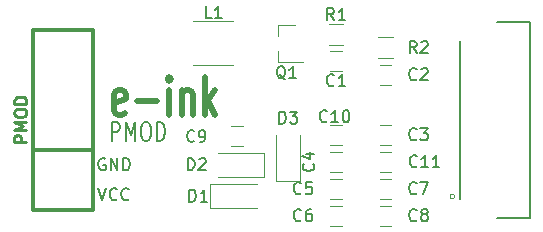
<source format=gto>
G04 #@! TF.GenerationSoftware,KiCad,Pcbnew,(5.1.0-rc1-17-gb4eda32f8)*
G04 #@! TF.CreationDate,2019-03-22T20:33:51+01:00
G04 #@! TF.ProjectId,e-ink_pmod,652d696e-6b5f-4706-9d6f-642e6b696361,rev?*
G04 #@! TF.SameCoordinates,PX525bfc0PY429d390*
G04 #@! TF.FileFunction,Legend,Top*
G04 #@! TF.FilePolarity,Positive*
%FSLAX46Y46*%
G04 Gerber Fmt 4.6, Leading zero omitted, Abs format (unit mm)*
G04 Created by KiCad (PCBNEW (5.1.0-rc1-17-gb4eda32f8)) date 2019-03-22 20:33:51*
%MOMM*%
%LPD*%
G04 APERTURE LIST*
%ADD10C,0.200000*%
%ADD11C,0.500000*%
%ADD12C,0.304800*%
%ADD13C,0.120000*%
%ADD14C,0.127000*%
%ADD15C,0.100000*%
%ADD16C,0.254000*%
%ADD17C,0.150000*%
G04 APERTURE END LIST*
D10*
X9201428Y-11950609D02*
X9201428Y-10350609D01*
X9658571Y-10350609D01*
X9772857Y-10426800D01*
X9830000Y-10502990D01*
X9887142Y-10655371D01*
X9887142Y-10883942D01*
X9830000Y-11036323D01*
X9772857Y-11112514D01*
X9658571Y-11188704D01*
X9201428Y-11188704D01*
X10401428Y-11950609D02*
X10401428Y-10350609D01*
X10801428Y-11493466D01*
X11201428Y-10350609D01*
X11201428Y-11950609D01*
X12001428Y-10350609D02*
X12230000Y-10350609D01*
X12344285Y-10426800D01*
X12458571Y-10579180D01*
X12515714Y-10883942D01*
X12515714Y-11417276D01*
X12458571Y-11722038D01*
X12344285Y-11874419D01*
X12230000Y-11950609D01*
X12001428Y-11950609D01*
X11887142Y-11874419D01*
X11772857Y-11722038D01*
X11715714Y-11417276D01*
X11715714Y-10883942D01*
X11772857Y-10579180D01*
X11887142Y-10426800D01*
X12001428Y-10350609D01*
X13030000Y-11950609D02*
X13030000Y-10350609D01*
X13315714Y-10350609D01*
X13487142Y-10426800D01*
X13601428Y-10579180D01*
X13658571Y-10731561D01*
X13715714Y-11036323D01*
X13715714Y-11264895D01*
X13658571Y-11569657D01*
X13601428Y-11722038D01*
X13487142Y-11874419D01*
X13315714Y-11950609D01*
X13030000Y-11950609D01*
D11*
X10322904Y-9626438D02*
X10113380Y-9778819D01*
X9694333Y-9778819D01*
X9484809Y-9626438D01*
X9380047Y-9321676D01*
X9380047Y-8102628D01*
X9484809Y-7797866D01*
X9694333Y-7645485D01*
X10113380Y-7645485D01*
X10322904Y-7797866D01*
X10427666Y-8102628D01*
X10427666Y-8407390D01*
X9380047Y-8712152D01*
X11370523Y-8559771D02*
X13046714Y-8559771D01*
X14094333Y-9778819D02*
X14094333Y-7645485D01*
X14094333Y-6578819D02*
X13989571Y-6731200D01*
X14094333Y-6883580D01*
X14199095Y-6731200D01*
X14094333Y-6578819D01*
X14094333Y-6883580D01*
X15141952Y-7645485D02*
X15141952Y-9778819D01*
X15141952Y-7950247D02*
X15246714Y-7797866D01*
X15456238Y-7645485D01*
X15770523Y-7645485D01*
X15980047Y-7797866D01*
X16084809Y-8102628D01*
X16084809Y-9778819D01*
X17132428Y-9778819D02*
X17132428Y-6578819D01*
X17341952Y-8559771D02*
X17970523Y-9778819D01*
X17970523Y-7645485D02*
X17132428Y-8864533D01*
D12*
X7620000Y-12700000D02*
X2540000Y-12700000D01*
X2540000Y-2540000D02*
X2540000Y-17780000D01*
X2540000Y-17780000D02*
X7620000Y-17780000D01*
X7620000Y-17780000D02*
X7620000Y-2540000D01*
X7620000Y-2540000D02*
X2540000Y-2540000D01*
D13*
X27694000Y-6057000D02*
X28694000Y-6057000D01*
X28694000Y-4357000D02*
X27694000Y-4357000D01*
X32885000Y-5500000D02*
X31885000Y-5500000D01*
X31885000Y-7200000D02*
X32885000Y-7200000D01*
X31885000Y-12280000D02*
X32885000Y-12280000D01*
X32885000Y-10580000D02*
X31885000Y-10580000D01*
X28694000Y-12866000D02*
X27694000Y-12866000D01*
X27694000Y-14566000D02*
X28694000Y-14566000D01*
X27694000Y-16852000D02*
X28694000Y-16852000D01*
X28694000Y-15152000D02*
X27694000Y-15152000D01*
X28694000Y-17438000D02*
X27694000Y-17438000D01*
X27694000Y-19138000D02*
X28694000Y-19138000D01*
X31885000Y-16852000D02*
X32885000Y-16852000D01*
X32885000Y-15152000D02*
X31885000Y-15152000D01*
X32885000Y-17438000D02*
X31885000Y-17438000D01*
X31885000Y-19138000D02*
X32885000Y-19138000D01*
X20312000Y-10707000D02*
X19312000Y-10707000D01*
X19312000Y-12407000D02*
X20312000Y-12407000D01*
X28694000Y-10580000D02*
X27694000Y-10580000D01*
X27694000Y-12280000D02*
X28694000Y-12280000D01*
X17562000Y-15637000D02*
X21462000Y-15637000D01*
X17562000Y-17637000D02*
X21462000Y-17637000D01*
X17562000Y-15637000D02*
X17562000Y-17637000D01*
X22062000Y-14970000D02*
X22062000Y-12970000D01*
X22062000Y-12970000D02*
X18162000Y-12970000D01*
X22062000Y-14970000D02*
X18162000Y-14970000D01*
X23130000Y-15331000D02*
X23130000Y-11431000D01*
X25130000Y-15331000D02*
X25130000Y-11431000D01*
X23130000Y-15331000D02*
X25130000Y-15331000D01*
X19510000Y-5563000D02*
X16050000Y-5563000D01*
X19510000Y-1803000D02*
X16050000Y-1803000D01*
X23243000Y-2103000D02*
X24703000Y-2103000D01*
X23243000Y-5263000D02*
X25403000Y-5263000D01*
X23243000Y-5263000D02*
X23243000Y-4333000D01*
X23243000Y-2103000D02*
X23243000Y-3033000D01*
X27594000Y-2041000D02*
X28794000Y-2041000D01*
X28794000Y-3801000D02*
X27594000Y-3801000D01*
X32985000Y-4944000D02*
X31785000Y-4944000D01*
X31785000Y-3184000D02*
X32985000Y-3184000D01*
D14*
X44600000Y-18460000D02*
X44600000Y-1860000D01*
X38700000Y-3510000D02*
X38700000Y-16860000D01*
X44600000Y-18460000D02*
X41800000Y-18460000D01*
X44600000Y-1860000D02*
X41800000Y-1860000D01*
D15*
X38250000Y-16660000D02*
G75*
G03X38250000Y-16660000I-200000J0D01*
G01*
D13*
X32885000Y-12866000D02*
X31885000Y-12866000D01*
X31885000Y-14566000D02*
X32885000Y-14566000D01*
D16*
X1983619Y-12046857D02*
X967619Y-12046857D01*
X967619Y-11659809D01*
X1016000Y-11563047D01*
X1064380Y-11514666D01*
X1161142Y-11466285D01*
X1306285Y-11466285D01*
X1403047Y-11514666D01*
X1451428Y-11563047D01*
X1499809Y-11659809D01*
X1499809Y-12046857D01*
X1983619Y-11030857D02*
X967619Y-11030857D01*
X1693333Y-10692190D01*
X967619Y-10353523D01*
X1983619Y-10353523D01*
X967619Y-9676190D02*
X967619Y-9482666D01*
X1016000Y-9385904D01*
X1112761Y-9289142D01*
X1306285Y-9240761D01*
X1644952Y-9240761D01*
X1838476Y-9289142D01*
X1935238Y-9385904D01*
X1983619Y-9482666D01*
X1983619Y-9676190D01*
X1935238Y-9772952D01*
X1838476Y-9869714D01*
X1644952Y-9918095D01*
X1306285Y-9918095D01*
X1112761Y-9869714D01*
X1016000Y-9772952D01*
X967619Y-9676190D01*
X1983619Y-8805333D02*
X967619Y-8805333D01*
X967619Y-8563428D01*
X1016000Y-8418285D01*
X1112761Y-8321523D01*
X1209523Y-8273142D01*
X1403047Y-8224761D01*
X1548190Y-8224761D01*
X1741714Y-8273142D01*
X1838476Y-8321523D01*
X1935238Y-8418285D01*
X1983619Y-8563428D01*
X1983619Y-8805333D01*
D17*
X8064666Y-15962380D02*
X8398000Y-16962380D01*
X8731333Y-15962380D01*
X9636095Y-16867142D02*
X9588476Y-16914761D01*
X9445619Y-16962380D01*
X9350380Y-16962380D01*
X9207523Y-16914761D01*
X9112285Y-16819523D01*
X9064666Y-16724285D01*
X9017047Y-16533809D01*
X9017047Y-16390952D01*
X9064666Y-16200476D01*
X9112285Y-16105238D01*
X9207523Y-16010000D01*
X9350380Y-15962380D01*
X9445619Y-15962380D01*
X9588476Y-16010000D01*
X9636095Y-16057619D01*
X10636095Y-16867142D02*
X10588476Y-16914761D01*
X10445619Y-16962380D01*
X10350380Y-16962380D01*
X10207523Y-16914761D01*
X10112285Y-16819523D01*
X10064666Y-16724285D01*
X10017047Y-16533809D01*
X10017047Y-16390952D01*
X10064666Y-16200476D01*
X10112285Y-16105238D01*
X10207523Y-16010000D01*
X10350380Y-15962380D01*
X10445619Y-15962380D01*
X10588476Y-16010000D01*
X10636095Y-16057619D01*
X8636095Y-13470000D02*
X8540857Y-13422380D01*
X8398000Y-13422380D01*
X8255142Y-13470000D01*
X8159904Y-13565238D01*
X8112285Y-13660476D01*
X8064666Y-13850952D01*
X8064666Y-13993809D01*
X8112285Y-14184285D01*
X8159904Y-14279523D01*
X8255142Y-14374761D01*
X8398000Y-14422380D01*
X8493238Y-14422380D01*
X8636095Y-14374761D01*
X8683714Y-14327142D01*
X8683714Y-13993809D01*
X8493238Y-13993809D01*
X9112285Y-14422380D02*
X9112285Y-13422380D01*
X9683714Y-14422380D01*
X9683714Y-13422380D01*
X10159904Y-14422380D02*
X10159904Y-13422380D01*
X10398000Y-13422380D01*
X10540857Y-13470000D01*
X10636095Y-13565238D01*
X10683714Y-13660476D01*
X10731333Y-13850952D01*
X10731333Y-13993809D01*
X10683714Y-14184285D01*
X10636095Y-14279523D01*
X10540857Y-14374761D01*
X10398000Y-14422380D01*
X10159904Y-14422380D01*
X28027333Y-7215142D02*
X27979714Y-7262761D01*
X27836857Y-7310380D01*
X27741619Y-7310380D01*
X27598761Y-7262761D01*
X27503523Y-7167523D01*
X27455904Y-7072285D01*
X27408285Y-6881809D01*
X27408285Y-6738952D01*
X27455904Y-6548476D01*
X27503523Y-6453238D01*
X27598761Y-6358000D01*
X27741619Y-6310380D01*
X27836857Y-6310380D01*
X27979714Y-6358000D01*
X28027333Y-6405619D01*
X28979714Y-7310380D02*
X28408285Y-7310380D01*
X28694000Y-7310380D02*
X28694000Y-6310380D01*
X28598761Y-6453238D01*
X28503523Y-6548476D01*
X28408285Y-6596095D01*
X35012333Y-6707142D02*
X34964714Y-6754761D01*
X34821857Y-6802380D01*
X34726619Y-6802380D01*
X34583761Y-6754761D01*
X34488523Y-6659523D01*
X34440904Y-6564285D01*
X34393285Y-6373809D01*
X34393285Y-6230952D01*
X34440904Y-6040476D01*
X34488523Y-5945238D01*
X34583761Y-5850000D01*
X34726619Y-5802380D01*
X34821857Y-5802380D01*
X34964714Y-5850000D01*
X35012333Y-5897619D01*
X35393285Y-5897619D02*
X35440904Y-5850000D01*
X35536142Y-5802380D01*
X35774238Y-5802380D01*
X35869476Y-5850000D01*
X35917095Y-5897619D01*
X35964714Y-5992857D01*
X35964714Y-6088095D01*
X35917095Y-6230952D01*
X35345666Y-6802380D01*
X35964714Y-6802380D01*
X35012333Y-11787142D02*
X34964714Y-11834761D01*
X34821857Y-11882380D01*
X34726619Y-11882380D01*
X34583761Y-11834761D01*
X34488523Y-11739523D01*
X34440904Y-11644285D01*
X34393285Y-11453809D01*
X34393285Y-11310952D01*
X34440904Y-11120476D01*
X34488523Y-11025238D01*
X34583761Y-10930000D01*
X34726619Y-10882380D01*
X34821857Y-10882380D01*
X34964714Y-10930000D01*
X35012333Y-10977619D01*
X35345666Y-10882380D02*
X35964714Y-10882380D01*
X35631380Y-11263333D01*
X35774238Y-11263333D01*
X35869476Y-11310952D01*
X35917095Y-11358571D01*
X35964714Y-11453809D01*
X35964714Y-11691904D01*
X35917095Y-11787142D01*
X35869476Y-11834761D01*
X35774238Y-11882380D01*
X35488523Y-11882380D01*
X35393285Y-11834761D01*
X35345666Y-11787142D01*
X26265142Y-13882666D02*
X26312761Y-13930285D01*
X26360380Y-14073142D01*
X26360380Y-14168380D01*
X26312761Y-14311238D01*
X26217523Y-14406476D01*
X26122285Y-14454095D01*
X25931809Y-14501714D01*
X25788952Y-14501714D01*
X25598476Y-14454095D01*
X25503238Y-14406476D01*
X25408000Y-14311238D01*
X25360380Y-14168380D01*
X25360380Y-14073142D01*
X25408000Y-13930285D01*
X25455619Y-13882666D01*
X25693714Y-13025523D02*
X26360380Y-13025523D01*
X25312761Y-13263619D02*
X26027047Y-13501714D01*
X26027047Y-12882666D01*
X25233333Y-16359142D02*
X25185714Y-16406761D01*
X25042857Y-16454380D01*
X24947619Y-16454380D01*
X24804761Y-16406761D01*
X24709523Y-16311523D01*
X24661904Y-16216285D01*
X24614285Y-16025809D01*
X24614285Y-15882952D01*
X24661904Y-15692476D01*
X24709523Y-15597238D01*
X24804761Y-15502000D01*
X24947619Y-15454380D01*
X25042857Y-15454380D01*
X25185714Y-15502000D01*
X25233333Y-15549619D01*
X26138095Y-15454380D02*
X25661904Y-15454380D01*
X25614285Y-15930571D01*
X25661904Y-15882952D01*
X25757142Y-15835333D01*
X25995238Y-15835333D01*
X26090476Y-15882952D01*
X26138095Y-15930571D01*
X26185714Y-16025809D01*
X26185714Y-16263904D01*
X26138095Y-16359142D01*
X26090476Y-16406761D01*
X25995238Y-16454380D01*
X25757142Y-16454380D01*
X25661904Y-16406761D01*
X25614285Y-16359142D01*
X25233333Y-18645142D02*
X25185714Y-18692761D01*
X25042857Y-18740380D01*
X24947619Y-18740380D01*
X24804761Y-18692761D01*
X24709523Y-18597523D01*
X24661904Y-18502285D01*
X24614285Y-18311809D01*
X24614285Y-18168952D01*
X24661904Y-17978476D01*
X24709523Y-17883238D01*
X24804761Y-17788000D01*
X24947619Y-17740380D01*
X25042857Y-17740380D01*
X25185714Y-17788000D01*
X25233333Y-17835619D01*
X26090476Y-17740380D02*
X25900000Y-17740380D01*
X25804761Y-17788000D01*
X25757142Y-17835619D01*
X25661904Y-17978476D01*
X25614285Y-18168952D01*
X25614285Y-18549904D01*
X25661904Y-18645142D01*
X25709523Y-18692761D01*
X25804761Y-18740380D01*
X25995238Y-18740380D01*
X26090476Y-18692761D01*
X26138095Y-18645142D01*
X26185714Y-18549904D01*
X26185714Y-18311809D01*
X26138095Y-18216571D01*
X26090476Y-18168952D01*
X25995238Y-18121333D01*
X25804761Y-18121333D01*
X25709523Y-18168952D01*
X25661904Y-18216571D01*
X25614285Y-18311809D01*
X35012333Y-16359142D02*
X34964714Y-16406761D01*
X34821857Y-16454380D01*
X34726619Y-16454380D01*
X34583761Y-16406761D01*
X34488523Y-16311523D01*
X34440904Y-16216285D01*
X34393285Y-16025809D01*
X34393285Y-15882952D01*
X34440904Y-15692476D01*
X34488523Y-15597238D01*
X34583761Y-15502000D01*
X34726619Y-15454380D01*
X34821857Y-15454380D01*
X34964714Y-15502000D01*
X35012333Y-15549619D01*
X35345666Y-15454380D02*
X36012333Y-15454380D01*
X35583761Y-16454380D01*
X35012333Y-18645142D02*
X34964714Y-18692761D01*
X34821857Y-18740380D01*
X34726619Y-18740380D01*
X34583761Y-18692761D01*
X34488523Y-18597523D01*
X34440904Y-18502285D01*
X34393285Y-18311809D01*
X34393285Y-18168952D01*
X34440904Y-17978476D01*
X34488523Y-17883238D01*
X34583761Y-17788000D01*
X34726619Y-17740380D01*
X34821857Y-17740380D01*
X34964714Y-17788000D01*
X35012333Y-17835619D01*
X35583761Y-18168952D02*
X35488523Y-18121333D01*
X35440904Y-18073714D01*
X35393285Y-17978476D01*
X35393285Y-17930857D01*
X35440904Y-17835619D01*
X35488523Y-17788000D01*
X35583761Y-17740380D01*
X35774238Y-17740380D01*
X35869476Y-17788000D01*
X35917095Y-17835619D01*
X35964714Y-17930857D01*
X35964714Y-17978476D01*
X35917095Y-18073714D01*
X35869476Y-18121333D01*
X35774238Y-18168952D01*
X35583761Y-18168952D01*
X35488523Y-18216571D01*
X35440904Y-18264190D01*
X35393285Y-18359428D01*
X35393285Y-18549904D01*
X35440904Y-18645142D01*
X35488523Y-18692761D01*
X35583761Y-18740380D01*
X35774238Y-18740380D01*
X35869476Y-18692761D01*
X35917095Y-18645142D01*
X35964714Y-18549904D01*
X35964714Y-18359428D01*
X35917095Y-18264190D01*
X35869476Y-18216571D01*
X35774238Y-18168952D01*
X16190933Y-11939542D02*
X16143314Y-11987161D01*
X16000457Y-12034780D01*
X15905219Y-12034780D01*
X15762361Y-11987161D01*
X15667123Y-11891923D01*
X15619504Y-11796685D01*
X15571885Y-11606209D01*
X15571885Y-11463352D01*
X15619504Y-11272876D01*
X15667123Y-11177638D01*
X15762361Y-11082400D01*
X15905219Y-11034780D01*
X16000457Y-11034780D01*
X16143314Y-11082400D01*
X16190933Y-11130019D01*
X16667123Y-12034780D02*
X16857600Y-12034780D01*
X16952838Y-11987161D01*
X17000457Y-11939542D01*
X17095695Y-11796685D01*
X17143314Y-11606209D01*
X17143314Y-11225257D01*
X17095695Y-11130019D01*
X17048076Y-11082400D01*
X16952838Y-11034780D01*
X16762361Y-11034780D01*
X16667123Y-11082400D01*
X16619504Y-11130019D01*
X16571885Y-11225257D01*
X16571885Y-11463352D01*
X16619504Y-11558590D01*
X16667123Y-11606209D01*
X16762361Y-11653828D01*
X16952838Y-11653828D01*
X17048076Y-11606209D01*
X17095695Y-11558590D01*
X17143314Y-11463352D01*
X27424142Y-10263142D02*
X27376523Y-10310761D01*
X27233666Y-10358380D01*
X27138428Y-10358380D01*
X26995571Y-10310761D01*
X26900333Y-10215523D01*
X26852714Y-10120285D01*
X26805095Y-9929809D01*
X26805095Y-9786952D01*
X26852714Y-9596476D01*
X26900333Y-9501238D01*
X26995571Y-9406000D01*
X27138428Y-9358380D01*
X27233666Y-9358380D01*
X27376523Y-9406000D01*
X27424142Y-9453619D01*
X28376523Y-10358380D02*
X27805095Y-10358380D01*
X28090809Y-10358380D02*
X28090809Y-9358380D01*
X27995571Y-9501238D01*
X27900333Y-9596476D01*
X27805095Y-9644095D01*
X28995571Y-9358380D02*
X29090809Y-9358380D01*
X29186047Y-9406000D01*
X29233666Y-9453619D01*
X29281285Y-9548857D01*
X29328904Y-9739333D01*
X29328904Y-9977428D01*
X29281285Y-10167904D01*
X29233666Y-10263142D01*
X29186047Y-10310761D01*
X29090809Y-10358380D01*
X28995571Y-10358380D01*
X28900333Y-10310761D01*
X28852714Y-10263142D01*
X28805095Y-10167904D01*
X28757476Y-9977428D01*
X28757476Y-9739333D01*
X28805095Y-9548857D01*
X28852714Y-9453619D01*
X28900333Y-9406000D01*
X28995571Y-9358380D01*
X15771904Y-17089380D02*
X15771904Y-16089380D01*
X16010000Y-16089380D01*
X16152857Y-16137000D01*
X16248095Y-16232238D01*
X16295714Y-16327476D01*
X16343333Y-16517952D01*
X16343333Y-16660809D01*
X16295714Y-16851285D01*
X16248095Y-16946523D01*
X16152857Y-17041761D01*
X16010000Y-17089380D01*
X15771904Y-17089380D01*
X17295714Y-17089380D02*
X16724285Y-17089380D01*
X17010000Y-17089380D02*
X17010000Y-16089380D01*
X16914761Y-16232238D01*
X16819523Y-16327476D01*
X16724285Y-16375095D01*
X15644904Y-14422380D02*
X15644904Y-13422380D01*
X15883000Y-13422380D01*
X16025857Y-13470000D01*
X16121095Y-13565238D01*
X16168714Y-13660476D01*
X16216333Y-13850952D01*
X16216333Y-13993809D01*
X16168714Y-14184285D01*
X16121095Y-14279523D01*
X16025857Y-14374761D01*
X15883000Y-14422380D01*
X15644904Y-14422380D01*
X16597285Y-13517619D02*
X16644904Y-13470000D01*
X16740142Y-13422380D01*
X16978238Y-13422380D01*
X17073476Y-13470000D01*
X17121095Y-13517619D01*
X17168714Y-13612857D01*
X17168714Y-13708095D01*
X17121095Y-13850952D01*
X16549666Y-14422380D01*
X17168714Y-14422380D01*
X23391904Y-10485380D02*
X23391904Y-9485380D01*
X23630000Y-9485380D01*
X23772857Y-9533000D01*
X23868095Y-9628238D01*
X23915714Y-9723476D01*
X23963333Y-9913952D01*
X23963333Y-10056809D01*
X23915714Y-10247285D01*
X23868095Y-10342523D01*
X23772857Y-10437761D01*
X23630000Y-10485380D01*
X23391904Y-10485380D01*
X24296666Y-9485380D02*
X24915714Y-9485380D01*
X24582380Y-9866333D01*
X24725238Y-9866333D01*
X24820476Y-9913952D01*
X24868095Y-9961571D01*
X24915714Y-10056809D01*
X24915714Y-10294904D01*
X24868095Y-10390142D01*
X24820476Y-10437761D01*
X24725238Y-10485380D01*
X24439523Y-10485380D01*
X24344285Y-10437761D01*
X24296666Y-10390142D01*
X17664133Y-1569980D02*
X17187942Y-1569980D01*
X17187942Y-569980D01*
X18521276Y-1569980D02*
X17949847Y-1569980D01*
X18235561Y-1569980D02*
X18235561Y-569980D01*
X18140323Y-712838D01*
X18045085Y-808076D01*
X17949847Y-855695D01*
X23907761Y-6730619D02*
X23812523Y-6683000D01*
X23717285Y-6587761D01*
X23574428Y-6444904D01*
X23479190Y-6397285D01*
X23383952Y-6397285D01*
X23431571Y-6635380D02*
X23336333Y-6587761D01*
X23241095Y-6492523D01*
X23193476Y-6302047D01*
X23193476Y-5968714D01*
X23241095Y-5778238D01*
X23336333Y-5683000D01*
X23431571Y-5635380D01*
X23622047Y-5635380D01*
X23717285Y-5683000D01*
X23812523Y-5778238D01*
X23860142Y-5968714D01*
X23860142Y-6302047D01*
X23812523Y-6492523D01*
X23717285Y-6587761D01*
X23622047Y-6635380D01*
X23431571Y-6635380D01*
X24812523Y-6635380D02*
X24241095Y-6635380D01*
X24526809Y-6635380D02*
X24526809Y-5635380D01*
X24431571Y-5778238D01*
X24336333Y-5873476D01*
X24241095Y-5921095D01*
X28027333Y-1722380D02*
X27694000Y-1246190D01*
X27455904Y-1722380D02*
X27455904Y-722380D01*
X27836857Y-722380D01*
X27932095Y-770000D01*
X27979714Y-817619D01*
X28027333Y-912857D01*
X28027333Y-1055714D01*
X27979714Y-1150952D01*
X27932095Y-1198571D01*
X27836857Y-1246190D01*
X27455904Y-1246190D01*
X28979714Y-1722380D02*
X28408285Y-1722380D01*
X28694000Y-1722380D02*
X28694000Y-722380D01*
X28598761Y-865238D01*
X28503523Y-960476D01*
X28408285Y-1008095D01*
X35012333Y-4516380D02*
X34679000Y-4040190D01*
X34440904Y-4516380D02*
X34440904Y-3516380D01*
X34821857Y-3516380D01*
X34917095Y-3564000D01*
X34964714Y-3611619D01*
X35012333Y-3706857D01*
X35012333Y-3849714D01*
X34964714Y-3944952D01*
X34917095Y-3992571D01*
X34821857Y-4040190D01*
X34440904Y-4040190D01*
X35393285Y-3611619D02*
X35440904Y-3564000D01*
X35536142Y-3516380D01*
X35774238Y-3516380D01*
X35869476Y-3564000D01*
X35917095Y-3611619D01*
X35964714Y-3706857D01*
X35964714Y-3802095D01*
X35917095Y-3944952D01*
X35345666Y-4516380D01*
X35964714Y-4516380D01*
X35044142Y-14073142D02*
X34996523Y-14120761D01*
X34853666Y-14168380D01*
X34758428Y-14168380D01*
X34615571Y-14120761D01*
X34520333Y-14025523D01*
X34472714Y-13930285D01*
X34425095Y-13739809D01*
X34425095Y-13596952D01*
X34472714Y-13406476D01*
X34520333Y-13311238D01*
X34615571Y-13216000D01*
X34758428Y-13168380D01*
X34853666Y-13168380D01*
X34996523Y-13216000D01*
X35044142Y-13263619D01*
X35996523Y-14168380D02*
X35425095Y-14168380D01*
X35710809Y-14168380D02*
X35710809Y-13168380D01*
X35615571Y-13311238D01*
X35520333Y-13406476D01*
X35425095Y-13454095D01*
X36948904Y-14168380D02*
X36377476Y-14168380D01*
X36663190Y-14168380D02*
X36663190Y-13168380D01*
X36567952Y-13311238D01*
X36472714Y-13406476D01*
X36377476Y-13454095D01*
M02*

</source>
